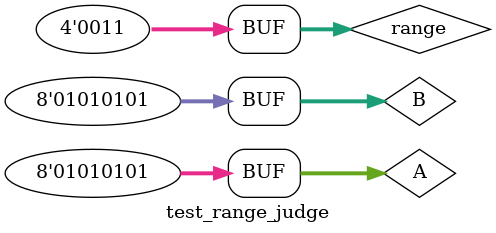
<source format=v>
module test_range_judge;
reg [3:0] range;
reg [7:0] A, B;
wire en;

range_judge U_0(
    .range(range),
    .bomb(A),      // one of the bomb position to judge
    .position(B),  // the bomb position which exploded
    .en(en)
);

initial
begin
    range = 4'd3;
    {A, B} = 16'h5543;
    #10 {A, B} = 16'h5553;
    #10 {A, B} = 16'h5525;
    #10 {A, B} = 16'h5515;
    #10 {A, B} = 16'h5555;
end
endmodule
</source>
